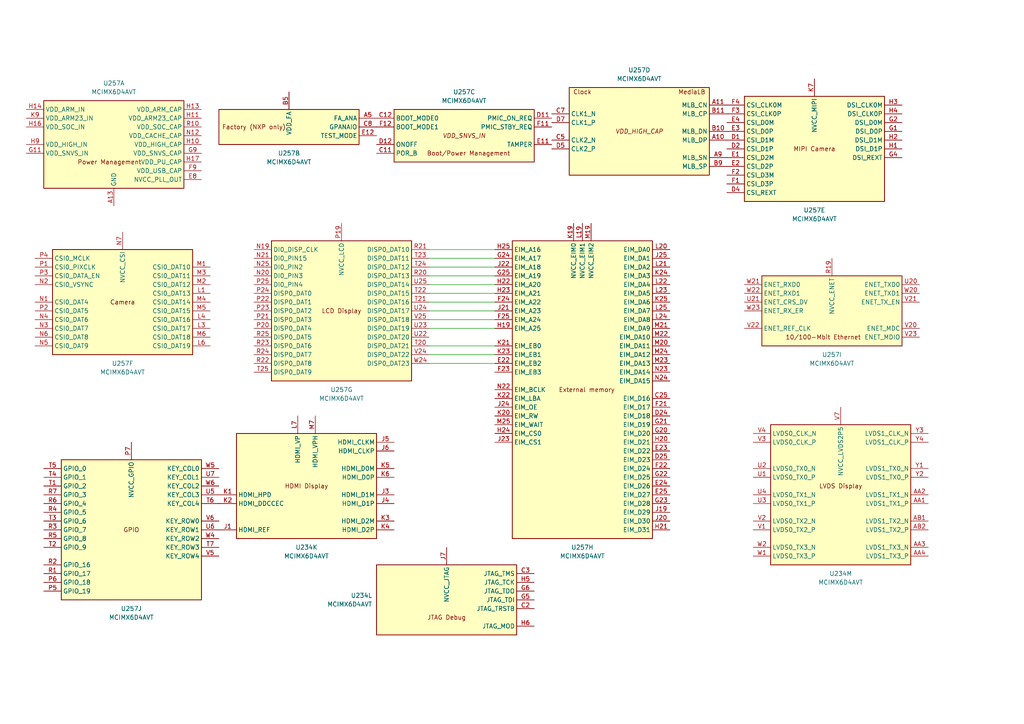
<source format=kicad_sch>
(kicad_sch (version 20250114) (generator "eeschema") (generator_version "9.0")
  (paper "A4")
  (wire (pts (xy 143.51 92.71) (xy 124.46 92.71)))
  (wire (pts (xy 143.51 77.47) (xy 124.46 77.47)))
  (wire (pts (xy 143.51 90.17) (xy 124.46 90.17)))
  (wire (pts (xy 143.51 105.41) (xy 124.46 105.41)))
  (wire (pts (xy 143.51 82.55) (xy 124.46 82.55)))
  (wire (pts (xy 143.51 80.01) (xy 124.46 80.01)))
  (wire (pts (xy 143.51 102.87) (xy 124.46 102.87)))
  (wire (pts (xy 143.51 85.09) (xy 124.46 85.09)))
  (wire (pts (xy 143.51 72.39) (xy 124.46 72.39)))
  (wire (pts (xy 143.51 95.25) (xy 124.46 95.25)))
  (wire (pts (xy 143.51 87.63) (xy 124.46 87.63)))
  (wire (pts (xy 143.51 100.33) (xy 124.46 100.33)))
  (wire (pts (xy 143.51 74.93) (xy 124.46 74.93)))
  (symbol (lib_id "CPU_NXP_IMX:MCIMX6D4AVT") (at 35.56 87.63 0) (unit 6)
    (property "Reference" "U257" (at 35.56 105.41 0))
    (property "Value" "MCIMX6D4AVT" (at 35.56 107.95 0))
    (property "Footprint" "Package_BGA:BGA-624_21x21mm_Layout25x25_P0.8mm" (effects (hide yes)))
    (property "Datasheet" "https://www.nxp.com/docs/en/data-sheet/IMX6DQAEC.pdf" (effects (hide yes)))
    (property "Description" "i.MX 6Dual Automotive and Infotainment Application Processor, BGA-624" (effects (hide yes)))
  )
  (symbol (lib_id "CPU_NXP_IMX:MCIMX6D4AVT") (at 129.54 173.99 0) (unit 12)
    (property "Reference" "U234" (at 107.95 172.7199 0) (effects (justify right)))
    (property "Value" "MCIMX6D4AVT" (at 107.95 175.2599 0) (effects (justify right)))
    (property "Footprint" "Package_BGA:BGA-624_21x21mm_Layout25x25_P0.8mm" (effects (hide yes)))
    (property "Datasheet" "https://www.nxp.com/docs/en/data-sheet/IMX6DQAEC.pdf" (effects (hide yes)))
    (property "Description" "i.MX 6Dual Automotive and Infotainment Application Processor, BGA-624" (effects (hide yes)))
  )
  (symbol (lib_id "CPU_NXP_IMX:MCIMX6D4AVT") (at 88.9 140.97 0) (unit 11)
    (property "Reference" "U234" (at 88.9 158.75 0))
    (property "Value" "MCIMX6D4AVT" (at 88.9 161.29 0))
    (property "Footprint" "Package_BGA:BGA-624_21x21mm_Layout25x25_P0.8mm" (effects (hide yes)))
    (property "Datasheet" "https://www.nxp.com/docs/en/data-sheet/IMX6DQAEC.pdf" (effects (hide yes)))
    (property "Description" "i.MX 6Dual Automotive and Infotainment Application Processor, BGA-624" (effects (hide yes)))
  )
  (symbol (lib_id "CPU_NXP_IMX:MCIMX6D4AVT") (at 83.82 36.83 0) (unit 2)
    (property "Reference" "U257" (at 83.82 44.45 0))
    (property "Value" "MCIMX6D4AVT" (at 83.82 46.99 0))
    (property "Footprint" "Package_BGA:BGA-624_21x21mm_Layout25x25_P0.8mm" (effects (hide yes)))
    (property "Datasheet" "https://www.nxp.com/docs/en/data-sheet/IMX6DQAEC.pdf" (effects (hide yes)))
    (property "Description" "i.MX 6Dual Automotive and Infotainment Application Processor, BGA-624" (effects (hide yes)))
  )
  (symbol (lib_id "CPU_NXP_IMX:MCIMX6D4AVT") (at 243.84 143.51 0) (unit 13)
    (property "Reference" "U234" (at 243.84 166.37 0))
    (property "Value" "MCIMX6D4AVT" (at 243.84 168.91 0))
    (property "Footprint" "Package_BGA:BGA-624_21x21mm_Layout25x25_P0.8mm" (effects (hide yes)))
    (property "Datasheet" "https://www.nxp.com/docs/en/data-sheet/IMX6DQAEC.pdf" (effects (hide yes)))
    (property "Description" "i.MX 6Dual Automotive and Infotainment Application Processor, BGA-624" (effects (hide yes)))
  )
  (symbol (lib_id "CPU_NXP_IMX:MCIMX6D4AVT") (at 38.1 153.67 0) (unit 10)
    (property "Reference" "U257" (at 38.1 176.53 0))
    (property "Value" "MCIMX6D4AVT" (at 38.1 179.07 0))
    (property "Footprint" "Package_BGA:BGA-624_21x21mm_Layout25x25_P0.8mm" (effects (hide yes)))
    (property "Datasheet" "https://www.nxp.com/docs/en/data-sheet/IMX6DQAEC.pdf" (effects (hide yes)))
    (property "Description" "i.MX 6Dual Automotive and Infotainment Application Processor, BGA-624" (effects (hide yes)))
  )
  (symbol (lib_id "CPU_NXP_IMX:MCIMX6D4AVT") (at 185.42 38.1 0) (unit 4)
    (property "Reference" "U257" (at 185.42 20.32 0))
    (property "Value" "MCIMX6D4AVT" (at 185.42 22.86 0))
    (property "Footprint" "Package_BGA:BGA-624_21x21mm_Layout25x25_P0.8mm" (effects (hide yes)))
    (property "Datasheet" "https://www.nxp.com/docs/en/data-sheet/IMX6DQAEC.pdf" (effects (hide yes)))
    (property "Description" "i.MX 6Dual Automotive and Infotainment Application Processor, BGA-624" (effects (hide yes)))
  )
  (symbol (lib_id "CPU_NXP_IMX:MCIMX6D4AVT") (at 33.02 41.91 0) (unit 1)
    (property "Reference" "U257" (at 33.02 24.13 0))
    (property "Value" "MCIMX6D4AVT" (at 33.02 26.67 0))
    (property "Footprint" "Package_BGA:BGA-624_21x21mm_Layout25x25_P0.8mm" (effects (hide yes)))
    (property "Datasheet" "https://www.nxp.com/docs/en/data-sheet/IMX6DQAEC.pdf" (effects (hide yes)))
    (property "Description" "i.MX 6Dual Automotive and Infotainment Application Processor, BGA-624" (effects (hide yes)))
  )
  (symbol (lib_id "CPU_NXP_IMX:MCIMX6D4AVT") (at 134.62 39.37 0) (unit 3)
    (property "Reference" "U257" (at 134.62 26.67 0))
    (property "Value" "MCIMX6D4AVT" (at 134.62 29.21 0))
    (property "Footprint" "Package_BGA:BGA-624_21x21mm_Layout25x25_P0.8mm" (effects (hide yes)))
    (property "Datasheet" "https://www.nxp.com/docs/en/data-sheet/IMX6DQAEC.pdf" (effects (hide yes)))
    (property "Description" "i.MX 6Dual Automotive and Infotainment Application Processor, BGA-624" (effects (hide yes)))
  )
  (symbol (lib_id "CPU_NXP_IMX:MCIMX6D4AVT") (at 99.06 90.17 0) (unit 7)
    (property "Reference" "U257" (at 99.06 113.03 0))
    (property "Value" "MCIMX6D4AVT" (at 99.06 115.57 0))
    (property "Footprint" "Package_BGA:BGA-624_21x21mm_Layout25x25_P0.8mm" (effects (hide yes)))
    (property "Datasheet" "https://www.nxp.com/docs/en/data-sheet/IMX6DQAEC.pdf" (effects (hide yes)))
    (property "Description" "i.MX 6Dual Automotive and Infotainment Application Processor, BGA-624" (effects (hide yes)))
  )
  (symbol (lib_id "CPU_NXP_IMX:MCIMX6D4AVT") (at 168.91 113.03 0) (unit 8)
    (property "Reference" "U257" (at 168.91 158.75 0))
    (property "Value" "MCIMX6D4AVT" (at 168.91 161.29 0))
    (property "Footprint" "Package_BGA:BGA-624_21x21mm_Layout25x25_P0.8mm" (effects (hide yes)))
    (property "Datasheet" "https://www.nxp.com/docs/en/data-sheet/IMX6DQAEC.pdf" (effects (hide yes)))
    (property "Description" "i.MX 6Dual Automotive and Infotainment Application Processor, BGA-624" (effects (hide yes)))
  )
  (symbol (lib_id "CPU_NXP_IMX:MCIMX6D4AVT") (at 236.22 43.18 0) (unit 5)
    (property "Reference" "U257" (at 236.22 60.96 0))
    (property "Value" "MCIMX6D4AVT" (at 236.22 63.5 0))
    (property "Footprint" "Package_BGA:BGA-624_21x21mm_Layout25x25_P0.8mm" (effects (hide yes)))
    (property "Datasheet" "https://www.nxp.com/docs/en/data-sheet/IMX6DQAEC.pdf" (effects (hide yes)))
    (property "Description" "i.MX 6Dual Automotive and Infotainment Application Processor, BGA-624" (effects (hide yes)))
  )
  (symbol (lib_id "CPU_NXP_IMX:MCIMX6D4AVT") (at 241.3 90.17 0) (unit 9)
    (property "Reference" "U257" (at 241.3 102.87 0))
    (property "Value" "MCIMX6D4AVT" (at 241.3 105.41 0))
    (property "Footprint" "Package_BGA:BGA-624_21x21mm_Layout25x25_P0.8mm" (effects (hide yes)))
    (property "Datasheet" "https://www.nxp.com/docs/en/data-sheet/IMX6DQAEC.pdf" (effects (hide yes)))
    (property "Description" "i.MX 6Dual Automotive and Infotainment Application Processor, BGA-624" (effects (hide yes)))
  )
)
</source>
